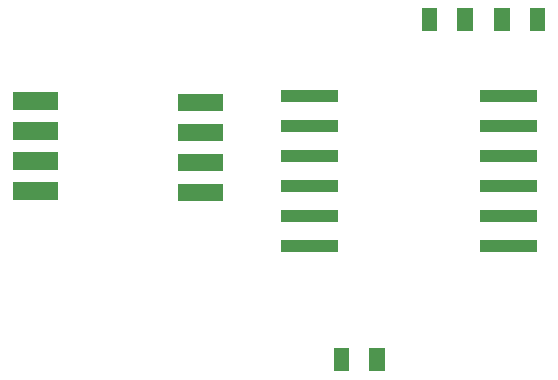
<source format=gbr>
G04 start of page 15 for group -4015 idx -4015 *
G04 Title: (unknown), toppaste *
G04 Creator: pcb 4.2.0 *
G04 CreationDate: Wed Dec  4 15:10:37 2019 UTC *
G04 For: blinken *
G04 Format: Gerber/RS-274X *
G04 PCB-Dimensions (mil): 2755.91 2755.91 *
G04 PCB-Coordinate-Origin: lower left *
%MOIN*%
%FSLAX25Y25*%
%LNTOPPASTE*%
%ADD113C,0.0001*%
G54D113*G36*
X199724Y178346D02*X194606D01*
Y170866D01*
X199724D01*
Y178346D01*
G37*
G36*
X187914D02*X182796D01*
Y170866D01*
X187914D01*
Y178346D01*
G37*
G36*
X158583Y65000D02*X153465D01*
Y57520D01*
X158583D01*
Y65000D01*
G37*
G36*
X170393D02*X165275D01*
Y57520D01*
X170393D01*
Y65000D01*
G37*
G36*
X223936Y178346D02*X218818D01*
Y170866D01*
X223936D01*
Y178346D01*
G37*
G36*
X212126D02*X207008D01*
Y170866D01*
X212126D01*
Y178346D01*
G37*
G36*
X101578Y149983D02*Y144078D01*
X116539D01*
Y149983D01*
X101578D01*
G37*
G36*
Y139983D02*Y134078D01*
X116539D01*
Y139983D01*
X101578D01*
G37*
G36*
Y129983D02*Y124078D01*
X116539D01*
Y129983D01*
X101578D01*
G37*
G36*
Y119983D02*Y114078D01*
X116539D01*
Y119983D01*
X101578D01*
G37*
G36*
X46633Y150483D02*Y144578D01*
X61594D01*
Y150483D01*
X46633D01*
G37*
G36*
Y140483D02*Y134578D01*
X61594D01*
Y140483D01*
X46633D01*
G37*
G36*
Y130483D02*Y124578D01*
X61594D01*
Y130483D01*
X46633D01*
G37*
G36*
Y120483D02*Y114578D01*
X61594D01*
Y120483D01*
X46633D01*
G37*
G36*
X135927Y101238D02*Y97301D01*
X154864D01*
Y101238D01*
X135927D01*
G37*
G36*
Y111238D02*Y107301D01*
X154864D01*
Y111238D01*
X135927D01*
G37*
G36*
Y121238D02*Y117301D01*
X154864D01*
Y121238D01*
X135927D01*
G37*
G36*
Y131238D02*Y127301D01*
X154864D01*
Y131238D01*
X135927D01*
G37*
G36*
Y141238D02*Y137301D01*
X154864D01*
Y141238D01*
X135927D01*
G37*
G36*
Y151238D02*Y147301D01*
X154864D01*
Y151238D01*
X135927D01*
G37*
G36*
X202108Y101238D02*Y97301D01*
X221045D01*
Y101238D01*
X202108D01*
G37*
G36*
Y111238D02*Y107301D01*
X221045D01*
Y111238D01*
X202108D01*
G37*
G36*
Y121238D02*Y117301D01*
X221045D01*
Y121238D01*
X202108D01*
G37*
G36*
Y131238D02*Y127301D01*
X221045D01*
Y131238D01*
X202108D01*
G37*
G36*
Y141238D02*Y137301D01*
X221045D01*
Y141238D01*
X202108D01*
G37*
G36*
Y151238D02*Y147301D01*
X221045D01*
Y151238D01*
X202108D01*
G37*
M02*

</source>
